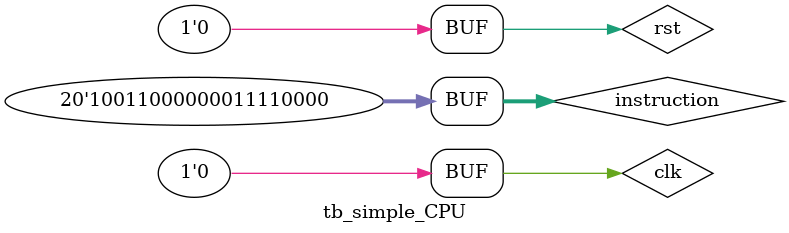
<source format=sv>

`timescale 1ns / 1ps
 
module tb_simple_CPU;
       
    parameter DATA_WIDTH = 8; //8 bit wide data
    parameter ADDR_BITS = 5; //32 Addresses
    parameter INSTR_WIDTH =20; //20b instruction
  
  
    reg clk, rst;
    reg [INSTR_WIDTH-1:0] instruction;

    
    simple_cpu  #(DATA_WIDTH,ADDR_BITS,INSTR_WIDTH) SCPU_DUT(clk, rst, instruction);
    
    initial begin
      
      	$dumpfile("dump.vcd"); 
        $dumpvars();
      
        clk = 1'b1;
        rst = 1'b1;
        instruction = 20'd0;
        repeat(3) #1 clk=!clk;
        rst = 1'b0;
        repeat(2) #1 clk=!clk;
                
                
        /*Info on the simple CPU:
            * Reset sets regfile = [0,1,2,3]
            * ADD = opcode 0, SUB = opcode 1  
        */
            
                                        //ADD:    reg0  = reg1 + reg3   //1+3=4
        //In the instruction this is:    (instr)  (X1)    (X2)   (X3)  
        instruction = 20'b01000111000000000000;
        repeat(8) #1 clk=!clk; //4 rising edges
        
                                        //ADD:    reg1  = reg0 + reg3   //4+3=7
        //In the instruction this is:    (instr)  (X1)    (X2)   (X3)
        instruction = 20'b01010011000000000000;
      	repeat(8) #1 clk=!clk; 
                
                                         //SUB:   reg3  = reg0 - reg2  //4-2=2  
       //In the instruction this is:    (instr)  (X1)    (X2)   (X3) 
        instruction = 20'b01110010000000000001;
        repeat(6) #1 clk=!clk;
        
                                         //STORE_R:   DATA_MEM(reg2 + 15) = reg1  //DATA_MEM(2+15)=7  
        //In the instruction this is:    (instr)               (X2)         (X1)
        instruction = 20'b11011000000011110000;
        repeat(6) #1 clk=!clk;
        
                                           //STORE_R:   DATA_MEM(reg3 + 20) = reg0  //DATA_MEM(2+20)= 4  
        //In the instruction this is:    (instr)                 (X2)         (X1)
        instruction = 20'b11001100000101100000;
        repeat(6) #1 clk=!clk;

                                           //LOAD_R:   DATA_MEM(reg2 + 15) = reg3  //reg3 = DATA_MEM(2+15)  -> reg3 becomes 7  
        //In the instruction this is:    (instr)                (X2)         (X1)
        instruction = 20'b10111000000011110000;
      	repeat(6) #1 clk=!clk;
      
      										//LOAD_R:   DATA_MEM(reg2 + 15) = reg3  //reg3 = DATA_MEM(2+25)  -> reg3 becomes 7  
        //In the instruction this is:    (instr)                (X2)         (X1)
        instruction = 20'b10011000000011110000;
      	repeat(6) #1 clk=!clk;        
        
    end
    
endmodule

</source>
